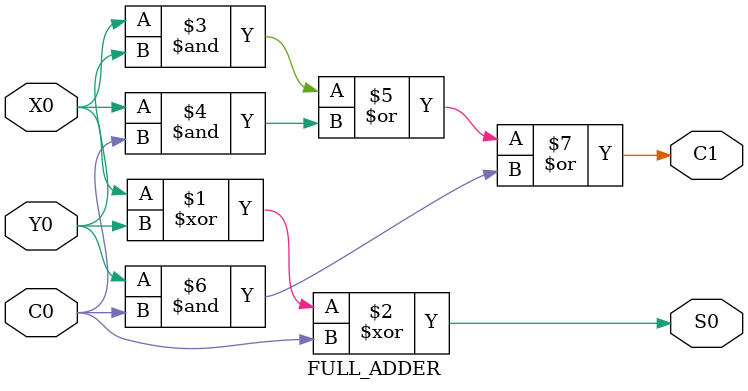
<source format=v>
module FULL_ADDER(X0, Y0, C0, C1, S0);
    input X0, Y0, C0;
    output C1, S0;

    assign S0 = X0 ^ Y0 ^ C0;
    assign C1 = (X0 & Y0) | (X0 & C0) | (Y0 & C0);
endmodule
</source>
